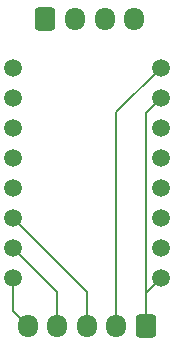
<source format=gbr>
%TF.GenerationSoftware,KiCad,Pcbnew,8.0.8-8.0.8-0~ubuntu24.04.1*%
%TF.CreationDate,2025-05-21T16:54:00-05:00*%
%TF.ProjectId,picowasabi,7069636f-7761-4736-9162-692e6b696361,rev?*%
%TF.SameCoordinates,Original*%
%TF.FileFunction,Copper,L1,Top*%
%TF.FilePolarity,Positive*%
%FSLAX46Y46*%
G04 Gerber Fmt 4.6, Leading zero omitted, Abs format (unit mm)*
G04 Created by KiCad (PCBNEW 8.0.8-8.0.8-0~ubuntu24.04.1) date 2025-05-21 16:54:00*
%MOMM*%
%LPD*%
G01*
G04 APERTURE LIST*
G04 Aperture macros list*
%AMRoundRect*
0 Rectangle with rounded corners*
0 $1 Rounding radius*
0 $2 $3 $4 $5 $6 $7 $8 $9 X,Y pos of 4 corners*
0 Add a 4 corners polygon primitive as box body*
4,1,4,$2,$3,$4,$5,$6,$7,$8,$9,$2,$3,0*
0 Add four circle primitives for the rounded corners*
1,1,$1+$1,$2,$3*
1,1,$1+$1,$4,$5*
1,1,$1+$1,$6,$7*
1,1,$1+$1,$8,$9*
0 Add four rect primitives between the rounded corners*
20,1,$1+$1,$2,$3,$4,$5,0*
20,1,$1+$1,$4,$5,$6,$7,0*
20,1,$1+$1,$6,$7,$8,$9,0*
20,1,$1+$1,$8,$9,$2,$3,0*%
G04 Aperture macros list end*
%TA.AperFunction,ComponentPad*%
%ADD10RoundRect,0.250000X-0.600000X-0.725000X0.600000X-0.725000X0.600000X0.725000X-0.600000X0.725000X0*%
%TD*%
%TA.AperFunction,ComponentPad*%
%ADD11O,1.700000X1.950000*%
%TD*%
%TA.AperFunction,ComponentPad*%
%ADD12C,1.500000*%
%TD*%
%TA.AperFunction,ComponentPad*%
%ADD13RoundRect,0.250000X0.600000X0.725000X-0.600000X0.725000X-0.600000X-0.725000X0.600000X-0.725000X0*%
%TD*%
%TA.AperFunction,Conductor*%
%ADD14C,0.200000*%
%TD*%
G04 APERTURE END LIST*
D10*
%TO.P,J2,1,Pin_1*%
%TO.N,Net-(J2-Pin_1)*%
X128500000Y-98000000D03*
D11*
%TO.P,J2,2,Pin_2*%
%TO.N,Net-(J2-Pin_2)*%
X131000000Y-98000000D03*
%TO.P,J2,3,Pin_3*%
%TO.N,Net-(J2-Pin_3)*%
X133500000Y-98000000D03*
%TO.P,J2,4,Pin_4*%
%TO.N,Net-(J2-Pin_4)*%
X136000000Y-98000000D03*
%TD*%
D12*
%TO.P,mp6500stepper_driver1,1,vmot*%
%TO.N,Net-(J1-Pin_2)*%
X138250000Y-102150000D03*
%TO.P,mp6500stepper_driver1,2,GND*%
%TO.N,Net-(J1-Pin_1)*%
X138250000Y-104690000D03*
%TO.P,mp6500stepper_driver1,3,b2*%
%TO.N,Net-(J2-Pin_4)*%
X138250000Y-107230000D03*
%TO.P,mp6500stepper_driver1,4,b1*%
%TO.N,Net-(J2-Pin_3)*%
X138250000Y-109770000D03*
%TO.P,mp6500stepper_driver1,5,a1*%
%TO.N,Net-(J2-Pin_2)*%
X138250000Y-112310000D03*
%TO.P,mp6500stepper_driver1,6,a2*%
%TO.N,Net-(J2-Pin_1)*%
X138250000Y-114850000D03*
%TO.P,mp6500stepper_driver1,7,FLT*%
%TO.N,unconnected-(mp6500stepper_driver1-FLT-Pad7)*%
X138250000Y-117390000D03*
%TO.P,mp6500stepper_driver1,8,GND*%
%TO.N,Net-(J1-Pin_1)*%
X138250000Y-119930000D03*
%TO.P,mp6500stepper_driver1,9,EN*%
%TO.N,unconnected-(mp6500stepper_driver1-EN-Pad9)*%
X125750000Y-102150000D03*
%TO.P,mp6500stepper_driver1,10,ms1*%
%TO.N,unconnected-(mp6500stepper_driver1-ms1-Pad10)*%
X125750000Y-104690000D03*
%TO.P,mp6500stepper_driver1,11,ms2*%
%TO.N,unconnected-(mp6500stepper_driver1-ms2-Pad11)*%
X125750000Y-107230000D03*
%TO.P,mp6500stepper_driver1,12,I1*%
%TO.N,unconnected-(mp6500stepper_driver1-I1-Pad12)*%
X125750000Y-109770000D03*
%TO.P,mp6500stepper_driver1,13,I2*%
%TO.N,unconnected-(mp6500stepper_driver1-I2-Pad13)*%
X125750000Y-112310000D03*
%TO.P,mp6500stepper_driver1,14,SLP*%
%TO.N,Net-(J1-Pin_3)*%
X125750000Y-114850000D03*
%TO.P,mp6500stepper_driver1,15,STEP*%
%TO.N,Net-(J1-Pin_4)*%
X125750000Y-117390000D03*
%TO.P,mp6500stepper_driver1,16,DIR*%
%TO.N,Net-(J1-Pin_5)*%
X125750000Y-119930000D03*
%TD*%
D13*
%TO.P,J1,1,Pin_1*%
%TO.N,Net-(J1-Pin_1)*%
X137000000Y-124000000D03*
D11*
%TO.P,J1,2,Pin_2*%
%TO.N,Net-(J1-Pin_2)*%
X134500000Y-124000000D03*
%TO.P,J1,3,Pin_3*%
%TO.N,Net-(J1-Pin_3)*%
X132000000Y-124000000D03*
%TO.P,J1,4,Pin_4*%
%TO.N,Net-(J1-Pin_4)*%
X129500000Y-124000000D03*
%TO.P,J1,5,Pin_5*%
%TO.N,Net-(J1-Pin_5)*%
X127000000Y-124000000D03*
%TD*%
D14*
%TO.N,Net-(J1-Pin_4)*%
X129500000Y-121140000D02*
X129500000Y-124000000D01*
X125750000Y-117390000D02*
X129500000Y-121140000D01*
%TO.N,Net-(J1-Pin_5)*%
X125750000Y-122750000D02*
X127000000Y-124000000D01*
X125750000Y-119930000D02*
X125750000Y-122750000D01*
%TO.N,Net-(J1-Pin_2)*%
X134500000Y-124000000D02*
X134500000Y-105900000D01*
X134500000Y-105900000D02*
X138250000Y-102150000D01*
%TO.N,Net-(J1-Pin_3)*%
X132000000Y-124000000D02*
X132000000Y-121100000D01*
X132000000Y-121100000D02*
X125750000Y-114850000D01*
%TO.N,Net-(J1-Pin_1)*%
X137000000Y-121180000D02*
X138250000Y-119930000D01*
X137000000Y-121500000D02*
X137000000Y-105940000D01*
X137000000Y-105940000D02*
X138250000Y-104690000D01*
X137000000Y-124000000D02*
X137000000Y-121500000D01*
X137000000Y-121500000D02*
X137000000Y-121180000D01*
%TD*%
M02*

</source>
